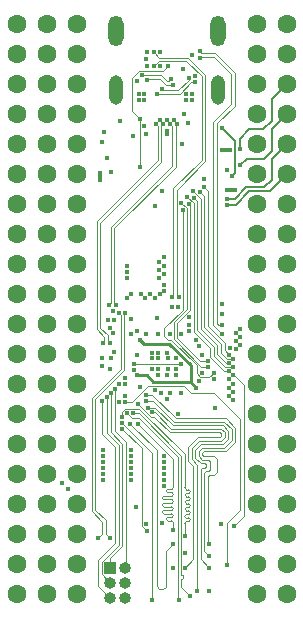
<source format=gbr>
%TF.GenerationSoftware,KiCad,Pcbnew,(5.99.0-10952-g410dbe17de)*%
%TF.CreationDate,2021-06-16T22:03:03+02:00*%
%TF.ProjectId,reDIP-64,72654449-502d-4363-942e-6b696361645f,0.2*%
%TF.SameCoordinates,PX594fc50PY8e9a590*%
%TF.FileFunction,Copper,L4,Inr*%
%TF.FilePolarity,Positive*%
%FSLAX46Y46*%
G04 Gerber Fmt 4.6, Leading zero omitted, Abs format (unit mm)*
G04 Created by KiCad (PCBNEW (5.99.0-10952-g410dbe17de)) date 2021-06-16 22:03:03*
%MOMM*%
%LPD*%
G01*
G04 APERTURE LIST*
%TA.AperFunction,ComponentPad*%
%ADD10R,1.000000X1.000000*%
%TD*%
%TA.AperFunction,ComponentPad*%
%ADD11O,1.000000X1.000000*%
%TD*%
%TA.AperFunction,ComponentPad*%
%ADD12O,1.300000X2.600000*%
%TD*%
%TA.AperFunction,ComponentPad*%
%ADD13O,1.200000X2.500000*%
%TD*%
%TA.AperFunction,ComponentPad*%
%ADD14C,1.600000*%
%TD*%
%TA.AperFunction,ViaPad*%
%ADD15C,0.400000*%
%TD*%
%TA.AperFunction,Conductor*%
%ADD16C,0.100000*%
%TD*%
%TA.AperFunction,Conductor*%
%ADD17C,0.200000*%
%TD*%
%TA.AperFunction,Conductor*%
%ADD18C,0.250000*%
%TD*%
G04 APERTURE END LIST*
D10*
%TO.N,/Config_Memory/TMS*%
%TO.C,J7*%
X9210000Y3470000D03*
D11*
%TO.N,/Config_Memory/TCK*%
X10480000Y3470000D03*
%TO.N,/Config_Memory/TDI*%
X9210000Y2200000D03*
%TO.N,GND*%
X10480000Y2200000D03*
%TO.N,/Config_Memory/TDO*%
X9210000Y930000D03*
%TO.N,+3V3*%
X10480000Y930000D03*
%TD*%
D12*
%TO.N,GND*%
%TO.C,J1*%
X18290000Y49000000D03*
D13*
X9650000Y43950000D03*
X18290000Y43950000D03*
D12*
X9650000Y49000000D03*
%TD*%
D14*
%TO.N,/FPGA_IO/\u00D81_IN*%
%TO.C,J2*%
X6350000Y49530000D03*
%TO.N,/FPGA_IO/RDY*%
X6350000Y46990000D03*
%TO.N,/FPGA_IO/~IRQ~*%
X6350000Y44450000D03*
%TO.N,/FPGA_IO/~NMI~*%
X6350000Y41910000D03*
%TO.N,/FPGA_IO/AEC*%
X6350000Y39370000D03*
%TO.N,VCC*%
X6350000Y36830000D03*
%TO.N,/FPGA_IO/A0*%
X6350000Y34290000D03*
%TO.N,/FPGA_IO/A1*%
X6350000Y31750000D03*
%TO.N,/FPGA_IO/A2*%
X6350000Y29210000D03*
%TO.N,/FPGA_IO/A3*%
X6350000Y26670000D03*
%TO.N,/FPGA_IO/A4*%
X6350000Y24130000D03*
%TO.N,/FPGA_IO/A5*%
X6350000Y21590000D03*
%TO.N,/FPGA_IO/A6*%
X6350000Y19050000D03*
%TO.N,/FPGA_IO/A7*%
X6350000Y16510000D03*
%TO.N,/FPGA_IO/A8*%
X6350000Y13970000D03*
%TO.N,/FPGA_IO/A9*%
X6350000Y11430000D03*
%TO.N,/FPGA_IO/A10*%
X6350000Y8890000D03*
%TO.N,/FPGA_IO/A11*%
X6350000Y6350000D03*
%TO.N,/FPGA_IO/A12*%
X6350000Y3810000D03*
%TO.N,/FPGA_IO/A13*%
X6350000Y1270000D03*
%TD*%
%TO.N,/FPGA_IO/~RES~*%
%TO.C,J6*%
X21590000Y49530000D03*
%TO.N,/FPGA_IO/\u00D82_OUT*%
X21590000Y46990000D03*
%TO.N,/FPGA_IO/R_W*%
X21590000Y44450000D03*
%TO.N,/FPGA_IO/D0*%
X21590000Y41910000D03*
%TO.N,/FPGA_IO/D1*%
X21590000Y39370000D03*
%TO.N,/FPGA_IO/D2*%
X21590000Y36830000D03*
%TO.N,/FPGA_IO/D3*%
X21590000Y34290000D03*
%TO.N,/FPGA_IO/D4*%
X21590000Y31750000D03*
%TO.N,/FPGA_IO/D5*%
X21590000Y29210000D03*
%TO.N,/FPGA_IO/D6*%
X21590000Y26670000D03*
%TO.N,/FPGA_IO/D7*%
X21590000Y24130000D03*
%TO.N,/FPGA_IO/P0*%
X21590000Y21590000D03*
%TO.N,/FPGA_IO/P1*%
X21590000Y19050000D03*
%TO.N,/FPGA_IO/P2*%
X21590000Y16510000D03*
%TO.N,/FPGA_IO/P3*%
X21590000Y13970000D03*
%TO.N,/FPGA_IO/P4*%
X21590000Y11430000D03*
%TO.N,/FPGA_IO/P5*%
X21590000Y8890000D03*
%TO.N,/FPGA_IO/A15*%
X21590000Y6350000D03*
%TO.N,/FPGA_IO/A14*%
X21590000Y3810000D03*
%TO.N,GND*%
X21590000Y1270000D03*
%TD*%
%TO.N,+5V*%
%TO.C,J4*%
X24130000Y49530000D03*
%TO.N,+3V3*%
X24130000Y46990000D03*
%TO.N,/Audio/EXT_IN_2*%
X24130000Y44450000D03*
%TO.N,/Audio/AUDIO_OUT_2*%
X24130000Y41910000D03*
%TO.N,/Audio/AUDIO_OUT*%
X24130000Y39370000D03*
%TO.N,/Audio/EXT_IN*%
X24130000Y36830000D03*
%TO.N,/FPGA_IO/POT_X*%
X24130000Y34290000D03*
%TO.N,/FPGA_IO/POT_Y*%
X24130000Y31750000D03*
%TO.N,/FPGA_IO/BA*%
X24130000Y29210000D03*
%TO.N,/FPGA_IO/COLOR*%
X24130000Y26670000D03*
%TO.N,/FPGA_IO/SYNC_LUM*%
X24130000Y24130000D03*
%TO.N,/FPGA_IO/DOT_CLOCK*%
X24130000Y21590000D03*
%TO.N,/FPGA_IO/~DMA~*%
X24130000Y19050000D03*
%TO.N,/FPGA_IO/~IO1~*%
X24130000Y16510000D03*
%TO.N,/FPGA_IO/~IO2~*%
X24130000Y13970000D03*
%TO.N,/FPGA_IO/~ROML~*%
X24130000Y11430000D03*
%TO.N,/FPGA_IO/~ROMH~*%
X24130000Y8890000D03*
%TO.N,/FPGA_IO/~GAME~*%
X24130000Y6350000D03*
%TO.N,/FPGA_IO/~EXROM~*%
X24130000Y3810000D03*
%TO.N,/FPGA_IO/~MENU~*%
X24130000Y1270000D03*
%TD*%
%TO.N,/FPGA_IO/CIA1_CNT*%
%TO.C,J3*%
X1270000Y49530000D03*
%TO.N,/FPGA_IO/CIA1_SP*%
X1270000Y46990000D03*
%TO.N,/FPGA_IO/CIA1_PA0*%
X1270000Y44450000D03*
%TO.N,/FPGA_IO/CIA1_PA1*%
X1270000Y41910000D03*
%TO.N,/FPGA_IO/CIA1_PA2*%
X1270000Y39370000D03*
%TO.N,/FPGA_IO/CIA1_PA3*%
X1270000Y36830000D03*
%TO.N,/FPGA_IO/CIA1_PA4*%
X1270000Y34290000D03*
%TO.N,/FPGA_IO/CIA1_PA5*%
X1270000Y31750000D03*
%TO.N,/FPGA_IO/CIA1_PA6*%
X1270000Y29210000D03*
%TO.N,/FPGA_IO/CIA1_PA7*%
X1270000Y26670000D03*
%TO.N,/FPGA_IO/CIA1_PB0*%
X1270000Y24130000D03*
%TO.N,/FPGA_IO/CIA1_PB1*%
X1270000Y21590000D03*
%TO.N,/FPGA_IO/CIA1_PB2*%
X1270000Y19050000D03*
%TO.N,/FPGA_IO/CIA1_PB3*%
X1270000Y16510000D03*
%TO.N,/FPGA_IO/CIA1_PB4*%
X1270000Y13970000D03*
%TO.N,/FPGA_IO/CIA1_PB5*%
X1270000Y11430000D03*
%TO.N,/FPGA_IO/CIA1_PB6*%
X1270000Y8890000D03*
%TO.N,/FPGA_IO/CIA1_PB7*%
X1270000Y6350000D03*
%TO.N,/FPGA_IO/CIA1_~PC~_TOD*%
X1270000Y3810000D03*
%TO.N,/FPGA_IO/CIA1_~FLAG~*%
X1270000Y1270000D03*
%TD*%
%TO.N,/FPGA_IO/CIA2_CNT*%
%TO.C,J5*%
X3810000Y49530000D03*
%TO.N,/FPGA_IO/CIA2_SP*%
X3810000Y46990000D03*
%TO.N,/FPGA_IO/CIA2_PA0*%
X3810000Y44450000D03*
%TO.N,/FPGA_IO/CIA2_PA1*%
X3810000Y41910000D03*
%TO.N,/FPGA_IO/CIA2_PA2*%
X3810000Y39370000D03*
%TO.N,/FPGA_IO/CIA2_PA3*%
X3810000Y36830000D03*
%TO.N,/FPGA_IO/CIA2_PA4*%
X3810000Y34290000D03*
%TO.N,/FPGA_IO/CIA2_PA5*%
X3810000Y31750000D03*
%TO.N,/FPGA_IO/CIA2_PA6*%
X3810000Y29210000D03*
%TO.N,/FPGA_IO/CIA2_PA7*%
X3810000Y26670000D03*
%TO.N,/FPGA_IO/CIA2_PB0*%
X3810000Y24130000D03*
%TO.N,/FPGA_IO/CIA2_PB1*%
X3810000Y21590000D03*
%TO.N,/FPGA_IO/CIA2_PB2*%
X3810000Y19050000D03*
%TO.N,/FPGA_IO/CIA2_PB3*%
X3810000Y16510000D03*
%TO.N,/FPGA_IO/CIA2_PB4*%
X3810000Y13970000D03*
%TO.N,/FPGA_IO/CIA2_PB5*%
X3810000Y11430000D03*
%TO.N,/FPGA_IO/CIA2_PB6*%
X3810000Y8890000D03*
%TO.N,/FPGA_IO/CIA2_PB7*%
X3810000Y6350000D03*
%TO.N,/FPGA_IO/CIA2_~PC~*%
X3810000Y3810000D03*
%TO.N,/FPGA_IO/CIA2_~FLAG~*%
X3810000Y1270000D03*
%TD*%
D15*
%TO.N,GND*%
X17540000Y1520000D03*
X14510000Y3510000D03*
X13970000Y17800000D03*
X14890000Y16560000D03*
X15540000Y4790000D03*
X18070000Y17070000D03*
X13970000Y21730000D03*
X13220000Y19870000D03*
X14720000Y19870000D03*
X13970000Y19870000D03*
X10970000Y24550000D03*
X9410000Y25230000D03*
X13190000Y24670000D03*
X11590000Y43120000D03*
X15870000Y24720000D03*
X18650000Y24980000D03*
X13220000Y21270000D03*
X14120000Y20330000D03*
X13970000Y41470000D03*
X13220000Y20330000D03*
X9220000Y21250000D03*
X17960000Y19490000D03*
X9390000Y23360000D03*
X13970000Y40490000D03*
X12090000Y43120000D03*
X8970000Y24520000D03*
X15590000Y43120000D03*
X14570000Y41470000D03*
X14720000Y20330000D03*
X19320000Y22120000D03*
X12720000Y21730000D03*
X16140000Y46950000D03*
X11490000Y44720000D03*
X16090000Y43120000D03*
X14720000Y21270000D03*
X13220000Y21730000D03*
X12720000Y21270000D03*
X10420000Y19550000D03*
X8520000Y21250000D03*
X12220000Y46570000D03*
X13370000Y41470000D03*
X14120000Y21270000D03*
X16330000Y45130000D03*
X13970000Y40210000D03*
X12720000Y20330000D03*
%TO.N,+3V3*%
X12080000Y40900000D03*
X12970000Y18550000D03*
X17170000Y36460000D03*
X15220000Y18300000D03*
X18660000Y38850000D03*
X19340000Y38850000D03*
X19000000Y38850000D03*
X8500000Y39540000D03*
X15410000Y41960000D03*
X9260000Y37040000D03*
X13610000Y7330000D03*
X18530000Y7230000D03*
X12210000Y7250000D03*
X16720000Y19300000D03*
X13610000Y35460000D03*
X18650000Y25880000D03*
X15220000Y23300000D03*
X16720000Y22300000D03*
X15390000Y45750000D03*
X12220000Y23300000D03*
X11720000Y18800000D03*
%TO.N,+1V2*%
X9970000Y19050000D03*
X15270000Y39360000D03*
X9550000Y21800000D03*
X11220000Y20300000D03*
X19780000Y35490000D03*
X13470000Y18300000D03*
X19100000Y35490000D03*
X14220000Y23300000D03*
X10970000Y23300000D03*
X19440000Y35490000D03*
X14220000Y18300000D03*
X16970000Y21550000D03*
X13220000Y23300000D03*
X11470000Y21550000D03*
X16970000Y20050000D03*
%TO.N,VBUS*%
X10030000Y41350000D03*
%TO.N,+5V*%
X8340000Y36320000D03*
X12970000Y34150000D03*
X5620000Y10150000D03*
X5080000Y10690000D03*
X11370000Y8690000D03*
X8340000Y36970000D03*
X8650000Y40400000D03*
X8340000Y36640000D03*
%TO.N,/Audio/I2C_SDA*%
X17470000Y21050000D03*
X15820000Y34320000D03*
%TO.N,/Audio/I2C_SCL*%
X17470000Y20550000D03*
X15210000Y34430000D03*
%TO.N,/USB_DisplayPort/RX1+*%
X16340000Y44630000D03*
X13170000Y43650000D03*
%TO.N,/USB_DisplayPort/TX2-*%
X12340000Y44830000D03*
X14530000Y44410000D03*
%TO.N,/USB_DisplayPort/SBU2*%
X13410000Y47150000D03*
%TO.N,/USB_DisplayPort/CC2*%
X12310000Y45990000D03*
%TO.N,/USB_DisplayPort/TX2+*%
X11840000Y45210000D03*
X14370000Y44900000D03*
%TO.N,/USB_DisplayPort/RX1-*%
X15840000Y45010000D03*
X13570000Y44050000D03*
%TO.N,/USB_DisplayPort/D-*%
X12860000Y47150000D03*
X14980000Y26410000D03*
%TO.N,/USB_DisplayPort/D+*%
X12860000Y45990000D03*
X14380000Y26410000D03*
%TO.N,/USB_DisplayPort/RX2-*%
X12090000Y43620000D03*
%TO.N,/USB_DisplayPort/RX2+*%
X11590000Y43620000D03*
%TO.N,/USB_DisplayPort/TX1+*%
X16090000Y43620000D03*
%TO.N,/USB_DisplayPort/TX1-*%
X15590000Y43620000D03*
%TO.N,/USB_DisplayPort/CC1*%
X12310000Y47150000D03*
%TO.N,/USB_DisplayPort/SBU1*%
X13410000Y45990000D03*
%TO.N,/Audio/EXT_IN_2*%
X20190000Y38980000D03*
%TO.N,/Audio/EXT_IN*%
X19040000Y34260000D03*
%TO.N,/Audio/AUDIO_OUT_2*%
X20190000Y37580000D03*
%TO.N,/Audio/AUDIO_OUT*%
X19040000Y34760000D03*
%TO.N,/FPGA_IO/I2_~FLAG~*%
X8570000Y11470000D03*
%TO.N,/FPGA_IO/I2_PB6*%
X8570000Y13470000D03*
%TO.N,/FPGA_IO/I2_~PC~*%
X8570000Y12470000D03*
%TO.N,/FPGA_IO/I2_PB7*%
X8570000Y12970000D03*
%TO.N,/FPGA_IO/I2_PB5*%
X10970000Y12470000D03*
%TO.N,/FPGA_IO/I2_PB4*%
X10970000Y11970000D03*
%TO.N,/FPGA_IO/I2_PB0*%
X13770000Y12470000D03*
%TO.N,/FPGA_IO/I2_PB3*%
X10970000Y11470000D03*
%TO.N,/FPGA_IO/I2_PB2*%
X10970000Y10970000D03*
%TO.N,/FPGA_IO/I2_PA7*%
X13720000Y29090000D03*
%TO.N,/FPGA_IO/I2_PA5*%
X13360000Y28040000D03*
%TO.N,/FPGA_IO/I2_PB1*%
X13770000Y12970000D03*
%TO.N,/FPGA_IO/I2_PA6*%
X13360000Y28740000D03*
%TO.N,/FPGA_IO/I2_PA1*%
X13770000Y26970000D03*
%TO.N,/FPGA_IO/I2_PA2*%
X12970000Y26370000D03*
%TO.N,/FPGA_IO/I2_PA3*%
X12570000Y26670000D03*
%TO.N,/FPGA_IO/I2_PA4*%
X13370000Y26670000D03*
%TO.N,/FPGA_IO/I2_CNT*%
X10620000Y28540000D03*
%TO.N,/FPGA_IO/I2_SP*%
X10620000Y29040000D03*
%TO.N,/FPGA_IO/I2_PA0*%
X13770000Y27470000D03*
%TO.N,/Audio/I2S_LRCLK*%
X19600000Y21220000D03*
X16820000Y35320000D03*
%TO.N,/Audio/I2S_MCLK*%
X19240000Y21570000D03*
X17170000Y35750000D03*
%TO.N,/Audio/I2S_SCLK*%
X19240000Y20870000D03*
X16210000Y35430000D03*
%TO.N,/Audio/I2S_DIN*%
X19240000Y20170000D03*
X15710000Y34930000D03*
%TO.N,/Audio/I2S_DOUT*%
X19600000Y20520000D03*
X16320000Y34820000D03*
%TO.N,/FPGA_IO/I_\u00D81_IN*%
X10620000Y28040000D03*
%TO.N,/FPGA_IO/I_RDY*%
X12170000Y26370000D03*
%TO.N,/FPGA_IO/I_~IRQ~*%
X11770000Y26670000D03*
%TO.N,/FPGA_IO/I_~NMI~*%
X10970000Y26670000D03*
%TO.N,/FPGA_IO/I_AEC*%
X10570000Y26370000D03*
%TO.N,/FPGA_IO/I_A4*%
X13770000Y11970000D03*
%TO.N,/FPGA_IO/I_A2*%
X13720000Y28390000D03*
%TO.N,/FPGA_IO/I_~IO1~*%
X13770000Y10470000D03*
%TO.N,/FPGA_IO/I_~IO2~*%
X19240000Y19470000D03*
%TO.N,/FPGA_IO/I_~ROML~*%
X19600000Y19120000D03*
%TO.N,/FPGA_IO/I_~ROMH~*%
X19240000Y18770000D03*
%TO.N,/FPGA_IO/I_D3*%
X20220000Y23750000D03*
%TO.N,/FPGA_IO/I_D1*%
X20220000Y23050000D03*
%TO.N,/FPGA_IO/I_D2*%
X19860000Y23400000D03*
%TO.N,/FPGA_IO/I_D0*%
X19860000Y22700000D03*
%TO.N,/FPGA_IO/I_D7*%
X13360000Y29440000D03*
%TO.N,/FPGA_IO/I_D4*%
X20220000Y22350000D03*
%TO.N,/FPGA_IO/I_D5*%
X19860000Y22000000D03*
%TO.N,/FPGA_IO/I_A12*%
X8570000Y10970000D03*
%TO.N,/FPGA_IO/I_A10*%
X10970000Y12970000D03*
%TO.N,/FPGA_IO/I_A11*%
X8570000Y11970000D03*
%TO.N,/FPGA_IO/I_DOT_CLOCK*%
X13770000Y11470000D03*
%TO.N,/FPGA_IO/I_~DMA~*%
X13770000Y10970000D03*
%TO.N,/FPGA_IO/I_D6*%
X13720000Y29790000D03*
%TO.N,/FPGA_IO/I_A14*%
X19600000Y18420000D03*
%TO.N,/FPGA_IO/I_A15*%
X19240000Y18070000D03*
%TO.N,/FPGA_IO/I_A13*%
X10970000Y13470000D03*
%TO.N,/USB_DisplayPort/RX-*%
X13670000Y41060000D03*
X9150000Y22530000D03*
%TO.N,/USB_DisplayPort/RX+*%
X13070000Y41060000D03*
X8550000Y22530000D03*
%TO.N,/USB_DisplayPort/TX-*%
X9700000Y25800000D03*
X14870000Y41060000D03*
%TO.N,/USB_DisplayPort/TX+*%
X9100000Y25800000D03*
X14270000Y41060000D03*
%TO.N,/USB_DisplayPort/AUX+*%
X16760000Y46650000D03*
X18650000Y23350000D03*
%TO.N,/USB_DisplayPort/AUX-*%
X16760000Y47250000D03*
X18650000Y24050000D03*
%TO.N,/USB_DisplayPort/USB_~FLIP~*%
X11670000Y37440000D03*
X11670000Y41520000D03*
X14110000Y46040000D03*
%TO.N,/USB_DisplayPort/CLK-*%
X10470000Y25050000D03*
X9180000Y6000000D03*
%TO.N,/USB_DisplayPort/CLK+*%
X8180000Y6000000D03*
X9970000Y25050000D03*
%TO.N,+2V5*%
X11470000Y19800000D03*
X11470000Y23550000D03*
X11720000Y22800000D03*
X16490000Y18780000D03*
X16470000Y22800000D03*
%TO.N,/Power/~FAULT~*%
X8900000Y38240000D03*
%TO.N,/Power/EN_SNK*%
X12180000Y40260000D03*
%TO.N,/Power/EN_SRC*%
X11100000Y40100000D03*
%TO.N,/FPGA_IO/~ALERT~*%
X17970000Y20050000D03*
X15320000Y33820000D03*
%TO.N,VCCA*%
X11220000Y20800000D03*
X15200000Y20800000D03*
%TO.N,/USB_DisplayPort/ML0-*%
X9200000Y20310000D03*
%TO.N,/USB_DisplayPort/ML0+*%
X8500000Y20570000D03*
%TO.N,/USB_DisplayPort/ML1-*%
X9470000Y24480000D03*
%TO.N,/USB_DisplayPort/ML1+*%
X9150000Y23800000D03*
%TO.N,/FPGA_IO/USB_D+*%
X14430000Y25580000D03*
%TO.N,/FPGA_IO/USB_D-*%
X14930000Y25580000D03*
%TO.N,/FPGA_IO/DP_AUX+*%
X15870000Y23550000D03*
%TO.N,/FPGA_IO/DP_AUX-*%
X15870000Y24050000D03*
%TO.N,/Config_Memory/TMS*%
X9250000Y18330000D03*
%TO.N,/Config_Memory/TCK*%
X9610000Y18690000D03*
%TO.N,/Config_Memory/TDI*%
X8890000Y17970000D03*
%TO.N,/Config_Memory/TDO*%
X8530000Y17610000D03*
%TO.N,/Config_Memory/RAM_~CS~*%
X12340000Y6670000D03*
X10220000Y15250000D03*
%TO.N,/Config_Memory/MEM_CLK*%
X14540000Y5560000D03*
X10880000Y15690000D03*
%TO.N,Net-(C66-Pad2)*%
X19050000Y37190000D03*
X15790000Y41140000D03*
%TO.N,/Config_Memory/FLASH_~CS~*%
X12700000Y810000D03*
X10220000Y15750000D03*
%TO.N,/Config_Memory/~BOOT~*%
X10470000Y18050000D03*
%TO.N,/Config_Memory/~BTN~*%
X10470000Y17550000D03*
X19080000Y3740000D03*
%TO.N,/Config_Memory/MEM_IO0*%
X10220000Y16250000D03*
X15540000Y6210000D03*
%TO.N,/Config_Memory/MEM_IO1*%
X14980000Y810000D03*
X10600000Y16590000D03*
%TO.N,/Config_Memory/MEM_IO2*%
X15950000Y1110000D03*
X11150000Y16620000D03*
%TO.N,/Config_Memory/MEM_IO3*%
X11580000Y15700000D03*
X14540000Y6730000D03*
%TO.N,/Config_Memory/MEM_IO4*%
X12750000Y16680000D03*
X16540000Y1520000D03*
%TO.N,/Config_Memory/RWDS*%
X11540000Y17370000D03*
X15540000Y3520000D03*
%TO.N,/Config_Memory/MEM_IO5*%
X12350000Y17080000D03*
X17540000Y3520000D03*
%TO.N,/Config_Memory/MEM_IO6*%
X12240000Y17660000D03*
X17540000Y4520000D03*
%TO.N,/Config_Memory/MEM_IO7*%
X12240000Y18170000D03*
X17540000Y5520000D03*
%TO.N,Net-(C67-Pad2)*%
X18660000Y40740000D03*
X19470000Y36660000D03*
%TO.N,/Config_Memory/LED*%
X19630000Y7040000D03*
X19600000Y19820000D03*
%TO.N,Net-(R20-Pad1)*%
X9970000Y17550000D03*
%TO.N,/FPGA_IO/I_~MENU~*%
X19600000Y17720000D03*
%TO.N,Net-(R22-Pad1)*%
X10470000Y19050000D03*
%TD*%
D16*
%TO.N,/Audio/I2C_SDA*%
X15970000Y25338002D02*
X15970000Y34170000D01*
X15970000Y34170000D02*
X15820000Y34320000D01*
X14870000Y24238002D02*
X14870000Y23010000D01*
X17470000Y21050000D02*
X16830000Y21050000D01*
X14870000Y23010000D02*
X16830000Y21050000D01*
X14870000Y24238002D02*
X15970000Y25338002D01*
%TO.N,/Audio/I2C_SCL*%
X17470000Y20550000D02*
X16910000Y20550000D01*
X15670000Y33970000D02*
X15210000Y34430000D01*
X16910000Y20550000D02*
X14570000Y22890000D01*
X14570000Y24299142D02*
X15670000Y25399142D01*
X14570000Y22890000D02*
X14570000Y24299142D01*
X15670000Y25399142D02*
X15670000Y33970000D01*
%TO.N,/USB_DisplayPort/RX1+*%
X13170000Y43650000D02*
X15072133Y43650000D01*
X15072133Y43650000D02*
X16052133Y44630000D01*
X16052133Y44630000D02*
X16340000Y44630000D01*
%TO.N,/USB_DisplayPort/TX2-*%
X13386887Y44909999D02*
X13886886Y44410000D01*
X12419999Y44909999D02*
X13386887Y44909999D01*
X13886886Y44410000D02*
X14530000Y44410000D01*
X12340000Y44830000D02*
X12419999Y44909999D01*
%TO.N,/USB_DisplayPort/TX2+*%
X14011153Y44710001D02*
X14180001Y44710001D01*
X13511154Y45210000D02*
X14011153Y44710001D01*
X14180001Y44710001D02*
X14370000Y44900000D01*
X11840000Y45210000D02*
X13511154Y45210000D01*
%TO.N,/USB_DisplayPort/RX1-*%
X14947868Y43950001D02*
X15840000Y44842133D01*
X15840000Y44842133D02*
X15840000Y45010000D01*
X13570000Y44050000D02*
X13669999Y43950001D01*
X13669999Y43950001D02*
X14947868Y43950001D01*
%TO.N,/USB_DisplayPort/D-*%
X14830001Y26559999D02*
X14980000Y26410000D01*
X15770671Y46720001D02*
X17230000Y45260672D01*
X12860000Y47150000D02*
X13289999Y46720001D01*
X17230000Y45260672D02*
X17230000Y37927866D01*
X17230000Y37927866D02*
X14830001Y35527867D01*
X14830001Y35527867D02*
X14830001Y26559999D01*
X13289999Y46720001D02*
X15770671Y46720001D01*
%TO.N,/USB_DisplayPort/D+*%
X16930000Y38052134D02*
X14529999Y35652133D01*
X12860000Y45990000D02*
X13289999Y46419999D01*
X14529999Y26559999D02*
X14380000Y26410000D01*
X15646405Y46419999D02*
X16930000Y45136404D01*
X13289999Y46419999D02*
X15646405Y46419999D01*
X14529999Y35652133D02*
X14529999Y26559999D01*
X16930000Y45136404D02*
X16930000Y38052134D01*
D17*
%TO.N,/Audio/EXT_IN_2*%
X22860000Y41380000D02*
X22860000Y43180000D01*
X20190000Y38980000D02*
X20190000Y39860000D01*
X22130000Y40650000D02*
X22860000Y41380000D01*
X20980000Y40650000D02*
X22130000Y40650000D01*
X22860000Y43180000D02*
X24130000Y44450000D01*
X20190000Y39860000D02*
X20980000Y40650000D01*
%TO.N,/Audio/EXT_IN*%
X22690000Y35390000D02*
X20930000Y35390000D01*
X19800000Y34260000D02*
X19040000Y34260000D01*
X20930000Y35390000D02*
X19800000Y34260000D01*
X24130000Y36830000D02*
X22690000Y35390000D01*
%TO.N,/Audio/AUDIO_OUT_2*%
X22870000Y40650000D02*
X24130000Y41910000D01*
X20190000Y37580000D02*
X20730000Y38120000D01*
X22180000Y38120000D02*
X22870000Y38810000D01*
X20730000Y38120000D02*
X22180000Y38120000D01*
X22870000Y38810000D02*
X22870000Y40650000D01*
%TO.N,/Audio/AUDIO_OUT*%
X22860000Y36350000D02*
X22860000Y38100000D01*
X22860000Y38100000D02*
X24130000Y39370000D01*
X22230000Y35720000D02*
X22860000Y36350000D01*
X19740000Y34760000D02*
X20700000Y35720000D01*
X19740000Y34760000D02*
X19040000Y34760000D01*
X20700000Y35720000D02*
X22230000Y35720000D01*
D16*
%TO.N,/Audio/I2S_LRCLK*%
X17170000Y34970000D02*
X17170000Y23870000D01*
X18570000Y22470000D02*
X18570000Y21740000D01*
X16820000Y35320000D02*
X17170000Y34970000D01*
X17170000Y23870000D02*
X18570000Y22470000D01*
X18570000Y21740000D02*
X19090000Y21220000D01*
X19090000Y21220000D02*
X19600000Y21220000D01*
%TO.N,/Audio/I2S_MCLK*%
X17170000Y35750000D02*
X17470000Y35450000D01*
X18870000Y21940000D02*
X19240000Y21570000D01*
X18870000Y22590000D02*
X18870000Y21940000D01*
X17470000Y35450000D02*
X17470000Y23990000D01*
X17470000Y23990000D02*
X18870000Y22590000D01*
%TO.N,/Audio/I2S_SCLK*%
X16870000Y34770000D02*
X16870000Y23750000D01*
X18270000Y21604854D02*
X19004854Y20870000D01*
X16210000Y35430000D02*
X16870000Y34770000D01*
X16870000Y23750000D02*
X18270000Y22350000D01*
X18270000Y22350000D02*
X18270000Y21604854D01*
X19004854Y20870000D02*
X19240000Y20870000D01*
%TO.N,/Audio/I2S_DIN*%
X15710000Y34930000D02*
X16270000Y34370000D01*
X17670000Y21360000D02*
X18860000Y20170000D01*
X16270000Y23510000D02*
X17670000Y22110000D01*
X18860000Y20170000D02*
X19240000Y20170000D01*
X16270000Y34370000D02*
X16270000Y23510000D01*
X17670000Y22110000D02*
X17670000Y21360000D01*
%TO.N,/Audio/I2S_DOUT*%
X19600000Y20520000D02*
X18930000Y20520000D01*
X17975000Y22225000D02*
X16570000Y23630000D01*
X17975000Y21475000D02*
X17975000Y22225000D01*
X16570000Y34570000D02*
X16320000Y34820000D01*
X18930000Y20520000D02*
X17975000Y21475000D01*
X16570000Y23630000D02*
X16570000Y34570000D01*
%TO.N,/USB_DisplayPort/RX-*%
X8360000Y23852134D02*
X9000001Y23212133D01*
X9000001Y23212133D02*
X9000001Y22679999D01*
X9000001Y22679999D02*
X9150000Y22530000D01*
X13670000Y41060000D02*
X13520001Y40910001D01*
X8360000Y32727866D02*
X8360000Y23852134D01*
X13520001Y37887867D02*
X8360000Y32727866D01*
X13520001Y40910001D02*
X13520001Y37887867D01*
%TO.N,/USB_DisplayPort/RX+*%
X13219999Y38012133D02*
X8060000Y32852134D01*
X13219999Y40910001D02*
X13219999Y38012133D01*
X8699999Y23087867D02*
X8699999Y22679999D01*
X8060000Y32852134D02*
X8060000Y23727866D01*
X13070000Y41060000D02*
X13219999Y40910001D01*
X8699999Y22679999D02*
X8550000Y22530000D01*
X8060000Y23727866D02*
X8699999Y23087867D01*
%TO.N,/USB_DisplayPort/TX-*%
X9550000Y25950000D02*
X9550000Y32257866D01*
X9550000Y32257866D02*
X14720001Y37427867D01*
X14720001Y40910001D02*
X14870000Y41060000D01*
X9700000Y25800000D02*
X9550000Y25950000D01*
X14720001Y37427867D02*
X14720001Y40910001D01*
%TO.N,/USB_DisplayPort/TX+*%
X9250000Y32382134D02*
X14419999Y37552133D01*
X14419999Y37552133D02*
X14419999Y40910001D01*
X9100000Y25800000D02*
X9249999Y25949999D01*
X9249999Y25949999D02*
X9250000Y32382134D01*
X14419999Y40910001D02*
X14270000Y41060000D01*
%TO.N,/USB_DisplayPort/AUX+*%
X17967867Y46799999D02*
X16909999Y46799999D01*
X17967867Y46799999D02*
X19440000Y45327866D01*
X17930000Y24070000D02*
X18650000Y23350000D01*
X17930000Y41272134D02*
X17930000Y24070000D01*
X16909999Y46799999D02*
X16760000Y46650000D01*
X19440000Y45327866D02*
X19440000Y42782134D01*
X19440000Y42782134D02*
X17930000Y41272134D01*
%TO.N,/USB_DisplayPort/AUX-*%
X18230000Y41147866D02*
X18230000Y24194265D01*
X19740000Y42657866D02*
X18230000Y41147866D01*
X18230000Y24194265D02*
X18374265Y24050000D01*
X16909999Y47100001D02*
X16760000Y47250000D01*
X18374265Y24050000D02*
X18650000Y24050000D01*
X18092133Y47100001D02*
X19740000Y45452134D01*
X18092133Y47100001D02*
X16909999Y47100001D01*
X19740000Y45452134D02*
X19740000Y42657866D01*
%TO.N,/USB_DisplayPort/USB_~FLIP~*%
X13684999Y45614999D02*
X14110000Y46040000D01*
X11670000Y41520000D02*
X11670000Y37440000D01*
X11010000Y42180000D02*
X11010000Y45000000D01*
X11624999Y45614999D02*
X13684999Y45614999D01*
X11010000Y45000000D02*
X11624999Y45614999D01*
X11670000Y41520000D02*
X11010000Y42180000D01*
%TO.N,/USB_DisplayPort/CLK-*%
X10370001Y20237867D02*
X7930000Y17797866D01*
X10370001Y24950001D02*
X10370001Y20237867D01*
X10470000Y25050000D02*
X10370001Y24950001D01*
X7930000Y8432134D02*
X8830001Y7532133D01*
X7930000Y17797866D02*
X7930000Y8432134D01*
X8830001Y6349999D02*
X9180000Y6000000D01*
X8830001Y7532133D02*
X8830001Y6349999D01*
%TO.N,/USB_DisplayPort/CLK+*%
X9970000Y25050000D02*
X10069999Y24950001D01*
X8529999Y7407867D02*
X8529999Y6349999D01*
X10069999Y24950001D02*
X10069999Y20362133D01*
X10069999Y20362133D02*
X7630000Y17922134D01*
X7630000Y8307866D02*
X8529999Y7407867D01*
X8529999Y6349999D02*
X8180000Y6000000D01*
X7630000Y17922134D02*
X7630000Y8307866D01*
D18*
%TO.N,+2V5*%
X12320000Y19800000D02*
X12840000Y19280000D01*
X11720000Y22800000D02*
X12020000Y22500000D01*
X11470000Y19800000D02*
X12320000Y19800000D01*
X15990000Y19280000D02*
X16490000Y18780000D01*
X12840000Y19280000D02*
X15990000Y19280000D01*
X14180000Y22500000D02*
X15990000Y20690000D01*
X15990000Y20690000D02*
X15990000Y19280000D01*
X12020000Y22500000D02*
X14180000Y22500000D01*
D16*
%TO.N,/FPGA_IO/~ALERT~*%
X15370000Y25381998D02*
X15370000Y33770000D01*
X16831998Y19670000D02*
X16520999Y19980999D01*
X17590000Y19670000D02*
X16831998Y19670000D01*
X14325000Y22845000D02*
X14045000Y22845000D01*
X13770000Y23781998D02*
X15370000Y25381998D01*
X17970000Y20050000D02*
X17590000Y19670000D01*
X16520999Y20649001D02*
X14325000Y22845000D01*
X13770000Y23120000D02*
X13770000Y23781998D01*
X16520999Y19980999D02*
X16520999Y20649001D01*
X15370000Y33770000D02*
X15320000Y33820000D01*
X14045000Y22845000D02*
X13770000Y23120000D01*
%TO.N,VCCA*%
X15200000Y20800000D02*
X11220000Y20800000D01*
%TO.N,/Config_Memory/TMS*%
X10220000Y5350000D02*
X9210000Y4340000D01*
X9210000Y4340000D02*
X9210000Y3470000D01*
X9250000Y14980000D02*
X10220000Y14010000D01*
X9250000Y18330000D02*
X9250000Y14980000D01*
X10220000Y14010000D02*
X10220000Y5350000D01*
%TO.N,/Config_Memory/TCK*%
X9600001Y15059999D02*
X10520000Y14140000D01*
X10520000Y3510000D02*
X10480000Y3470000D01*
X9600001Y18680001D02*
X9600001Y15059999D01*
X10520000Y14140000D02*
X10520000Y3510000D01*
X9610000Y18690000D02*
X9600001Y18680001D01*
%TO.N,/Config_Memory/TDI*%
X8460000Y4020000D02*
X8460000Y2950000D01*
X8460000Y2950000D02*
X9210000Y2200000D01*
X9920000Y13880000D02*
X9920000Y5480000D01*
X8890000Y14910000D02*
X9920000Y13880000D01*
X9920000Y5480000D02*
X8460000Y4020000D01*
X8890000Y17970000D02*
X8890000Y14910000D01*
%TO.N,/Config_Memory/TDO*%
X8155000Y1985000D02*
X9210000Y930000D01*
X8155000Y4135000D02*
X8155000Y1985000D01*
X9620000Y13750000D02*
X9620000Y5600000D01*
X8530000Y14840000D02*
X9620000Y13750000D01*
X9620000Y5600000D02*
X8155000Y4135000D01*
X8530000Y17610000D02*
X8530000Y14840000D01*
%TO.N,/Config_Memory/RAM_~CS~*%
X11850000Y13620000D02*
X10220000Y15250000D01*
X12271998Y6670000D02*
X11850000Y7091998D01*
X12340000Y6670000D02*
X12271998Y6670000D01*
X11850000Y7091998D02*
X11850000Y13620000D01*
%TO.N,/Config_Memory/MEM_CLK*%
X13900000Y1930000D02*
X13700000Y1730000D01*
X13900000Y4920000D02*
X13900000Y1930000D01*
X13700000Y1730000D02*
X13330000Y1730000D01*
X14540000Y5560000D02*
X13900000Y4920000D01*
X13110000Y1950000D02*
X13110000Y13460000D01*
X13110000Y13460000D02*
X10880000Y15690000D01*
X13330000Y1730000D02*
X13110000Y1950000D01*
%TO.N,/Config_Memory/FLASH_~CS~*%
X12700000Y13270000D02*
X12700000Y810000D01*
X10220000Y15750000D02*
X12700000Y13270000D01*
%TO.N,/Config_Memory/~BTN~*%
X11050000Y17550000D02*
X12410000Y18910000D01*
X20180000Y16110000D02*
X20180000Y8400000D01*
X19080000Y7300000D02*
X19080000Y3740000D01*
X12410000Y18910000D02*
X15430000Y18910000D01*
X18010000Y18280000D02*
X20180000Y16110000D01*
X20180000Y8400000D02*
X19080000Y7300000D01*
X16060000Y18280000D02*
X18010000Y18280000D01*
X10470000Y17550000D02*
X11050000Y17550000D01*
X15430000Y18910000D02*
X16060000Y18280000D01*
%TO.N,/Config_Memory/MEM_IO0*%
X11649999Y16970001D02*
X10461999Y16970001D01*
X15490000Y6260000D02*
X15490000Y7290000D01*
X15820027Y9540000D02*
X15640000Y9540000D01*
X15540000Y6210000D02*
X15490000Y6260000D01*
X10461999Y16970001D02*
X10220000Y16728002D01*
X15640000Y8040000D02*
X15820027Y8040000D01*
X15640000Y9240000D02*
X15820027Y9240000D01*
X15820027Y7740000D02*
X15640000Y7740000D01*
X15640000Y7440000D02*
X15820027Y7440000D01*
X15820027Y10140000D02*
X15640000Y10140000D01*
X15640000Y9840000D02*
X15820027Y9840000D01*
X15820027Y8340000D02*
X15640000Y8340000D01*
X15820027Y8940000D02*
X15640000Y8940000D01*
X15490000Y10290000D02*
X15490000Y10340000D01*
X15490000Y13130000D02*
X11649999Y16970001D01*
X15490000Y10340000D02*
X15490000Y13130000D01*
X15640000Y8640000D02*
X15820027Y8640000D01*
X10220000Y16728002D02*
X10220000Y16250000D01*
X15640000Y7440000D02*
G75*
G03*
X15490000Y7290000I0J-150000D01*
G01*
X15970027Y7590000D02*
G75*
G02*
X15820027Y7440000I-150000J0D01*
G01*
X15970027Y9990000D02*
G75*
G02*
X15820027Y9840000I-150000J0D01*
G01*
X15640000Y9240000D02*
G75*
G03*
X15490000Y9090000I0J-150000D01*
G01*
X15820027Y9540000D02*
G75*
G02*
X15970027Y9390000I0J-150000D01*
G01*
X15970027Y9390000D02*
G75*
G02*
X15820027Y9240000I-150000J0D01*
G01*
X15820027Y8340000D02*
G75*
G02*
X15970027Y8190000I0J-150000D01*
G01*
X15640000Y9840000D02*
G75*
G03*
X15490000Y9690000I0J-150000D01*
G01*
X15490000Y7890000D02*
G75*
G03*
X15640000Y7740000I150000J0D01*
G01*
X15970027Y8190000D02*
G75*
G02*
X15820027Y8040000I-150000J0D01*
G01*
X15820027Y10140000D02*
G75*
G02*
X15970027Y9990000I0J-150000D01*
G01*
X15640000Y8040000D02*
G75*
G03*
X15490000Y7890000I0J-150000D01*
G01*
X15820027Y7740000D02*
G75*
G02*
X15970027Y7590000I0J-150000D01*
G01*
X15970027Y8790000D02*
G75*
G02*
X15820027Y8640000I-150000J0D01*
G01*
X15490000Y9690000D02*
G75*
G03*
X15640000Y9540000I150000J0D01*
G01*
X15820027Y8940000D02*
G75*
G02*
X15970027Y8790000I0J-150000D01*
G01*
X15490000Y8490000D02*
G75*
G03*
X15640000Y8340000I150000J0D01*
G01*
X15490000Y9090000D02*
G75*
G03*
X15640000Y8940000I150000J0D01*
G01*
X15490000Y10290000D02*
G75*
G03*
X15640000Y10140000I150000J0D01*
G01*
X15640000Y8640000D02*
G75*
G03*
X15490000Y8490000I0J-150000D01*
G01*
%TO.N,/Config_Memory/MEM_IO1*%
X11590000Y16190000D02*
X14890000Y12890000D01*
X11000000Y16190000D02*
X11590000Y16190000D01*
X14890000Y900000D02*
X14980000Y810000D01*
X14890000Y12890000D02*
X14890000Y900000D01*
X10600000Y16590000D02*
X11000000Y16190000D01*
%TO.N,/Config_Memory/MEM_IO2*%
X15345054Y2680001D02*
X15343111Y2662750D01*
X15284779Y2604418D02*
X15250275Y2600531D01*
X15284779Y2900531D02*
X15301165Y2894797D01*
X15191943Y2962750D02*
X15197677Y2946364D01*
X15343111Y2842199D02*
X15345054Y2824947D01*
X15343111Y2662750D02*
X15337377Y2646364D01*
X15189999Y1870001D02*
X15950000Y1110000D01*
X15250275Y2600531D02*
X15233889Y2594797D01*
X15197677Y2946364D02*
X15206913Y2931664D01*
X15250275Y2904418D02*
X15284779Y2900531D01*
X15337377Y2858585D02*
X15343111Y2842199D01*
X15328141Y2873285D02*
X15337377Y2858585D01*
X15328141Y2631664D02*
X15315865Y2619388D01*
X15206913Y2573285D02*
X15197677Y2558585D01*
X15315865Y2619388D02*
X15301165Y2610152D01*
X11588002Y16620000D02*
X15189999Y13018003D01*
X15189999Y13018003D02*
X15189999Y2980001D01*
X15337377Y2646364D02*
X15328141Y2631664D01*
X15233889Y2910152D02*
X15250275Y2904418D01*
X15189999Y2524947D02*
X15189999Y1870001D01*
X15219189Y2585561D02*
X15206913Y2573285D01*
X11150000Y16620000D02*
X11588002Y16620000D01*
X15191943Y2542199D02*
X15189999Y2524947D01*
X15301165Y2610152D02*
X15284779Y2604418D01*
X15189999Y2980001D02*
X15191943Y2962750D01*
X15233889Y2594797D02*
X15219189Y2585561D01*
X15345054Y2824947D02*
X15345054Y2680001D01*
X15315865Y2885561D02*
X15328141Y2873285D01*
X15301165Y2894797D02*
X15315865Y2885561D01*
X15219189Y2919388D02*
X15233889Y2910152D01*
X15206913Y2931664D02*
X15219189Y2919388D01*
X15197677Y2558585D02*
X15191943Y2542199D01*
%TO.N,/Config_Memory/MEM_IO3*%
X14540000Y12740000D02*
X11580000Y15700000D01*
X14055982Y10200000D02*
X14390000Y10200000D01*
X14055982Y7800000D02*
X14390000Y7800000D01*
X14390000Y9300000D02*
X13705982Y9300000D01*
X14540000Y10400000D02*
X14540000Y12740000D01*
X14390000Y9900000D02*
X14055982Y9900000D01*
X13705982Y9600000D02*
X14390000Y9600000D01*
X14390000Y8100000D02*
X13705982Y8100000D01*
X14390000Y8700000D02*
X13705982Y8700000D01*
X13705982Y8400000D02*
X14390000Y8400000D01*
X14390000Y7500000D02*
X14055982Y7500000D01*
X14540000Y10350000D02*
X14540000Y10400000D01*
X13705982Y9000000D02*
X14390000Y9000000D01*
X14540000Y6730000D02*
X14540000Y7350000D01*
X14055982Y10200000D02*
G75*
G03*
X13905982Y10050000I0J-150000D01*
G01*
X14390000Y7500000D02*
G75*
G02*
X14540000Y7350000I0J-150000D01*
G01*
X14540000Y7950000D02*
G75*
G02*
X14390000Y7800000I-150000J0D01*
G01*
X14390000Y9300000D02*
G75*
G02*
X14540000Y9150000I0J-150000D01*
G01*
X14055982Y7800000D02*
G75*
G03*
X13905982Y7650000I0J-150000D01*
G01*
X14540000Y9750000D02*
G75*
G02*
X14390000Y9600000I-150000J0D01*
G01*
X14390000Y9900000D02*
G75*
G02*
X14540000Y9750000I0J-150000D01*
G01*
X13555982Y8850000D02*
G75*
G03*
X13705982Y8700000I150000J0D01*
G01*
X13705982Y8400000D02*
G75*
G03*
X13555982Y8250000I0J-150000D01*
G01*
X13705982Y9600000D02*
G75*
G03*
X13555982Y9450000I0J-150000D01*
G01*
X14540000Y9150000D02*
G75*
G02*
X14390000Y9000000I-150000J0D01*
G01*
X14390000Y8100000D02*
G75*
G02*
X14540000Y7950000I0J-150000D01*
G01*
X13905982Y7650000D02*
G75*
G03*
X14055982Y7500000I150000J0D01*
G01*
X14540000Y8550000D02*
G75*
G02*
X14390000Y8400000I-150000J0D01*
G01*
X13905982Y10050000D02*
G75*
G03*
X14055982Y9900000I150000J0D01*
G01*
X13555982Y8250000D02*
G75*
G03*
X13705982Y8100000I150000J0D01*
G01*
X14540000Y10350000D02*
G75*
G02*
X14390000Y10200000I-150000J0D01*
G01*
X13555982Y9450000D02*
G75*
G03*
X13705982Y9300000I150000J0D01*
G01*
X13705982Y9000000D02*
G75*
G03*
X13555982Y8850000I0J-150000D01*
G01*
X14390000Y8700000D02*
G75*
G02*
X14540000Y8550000I0J-150000D01*
G01*
%TO.N,/Config_Memory/MEM_IO4*%
X16540000Y1520000D02*
X16540000Y12250000D01*
X18590000Y14280000D02*
X16730000Y14280000D01*
X12750000Y16680000D02*
X12960000Y16680000D01*
X16730000Y14280000D02*
X16090000Y13640000D01*
X16090000Y13640000D02*
X16090000Y12700000D01*
X16540000Y12250000D02*
X16090000Y12700000D01*
X12960000Y16680000D02*
X14360000Y15280000D01*
X18880000Y14990000D02*
X18880000Y14570000D01*
X14360000Y15280000D02*
X18590000Y15280000D01*
X18880000Y14570000D02*
X18590000Y14280000D01*
X18590000Y15280000D02*
X18880000Y14990000D01*
%TO.N,/Config_Memory/RWDS*%
X14230000Y14980000D02*
X12920000Y16290000D01*
X15540000Y3520000D02*
X16240000Y4220000D01*
X18470000Y14980000D02*
X14230000Y14980000D01*
X18470000Y14580000D02*
X18580000Y14690000D01*
X12620000Y16290000D02*
X11540000Y17370000D01*
X16240000Y4220000D02*
X16240000Y12120000D01*
X18580000Y14690000D02*
X18580000Y14870000D01*
X15790000Y12570000D02*
X15790000Y13760000D01*
X18580000Y14870000D02*
X18470000Y14980000D01*
X16610000Y14580000D02*
X18470000Y14580000D01*
X15790000Y13760000D02*
X16610000Y14580000D01*
X12920000Y16290000D02*
X12620000Y16290000D01*
X16240000Y12120000D02*
X15790000Y12570000D01*
%TO.N,/Config_Memory/MEM_IO5*%
X12990000Y17080000D02*
X12350000Y17080000D01*
X16840000Y12380000D02*
X16390000Y12830000D01*
X17150000Y11980000D02*
X17260000Y12090000D01*
X16950000Y11980000D02*
X17150000Y11980000D01*
X18710000Y13980000D02*
X19180000Y14450000D01*
X16390000Y13510000D02*
X16860000Y13980000D01*
X19180000Y14450000D02*
X19180000Y15120000D01*
X17540000Y3520000D02*
X16840000Y4220000D01*
X18720000Y15580000D02*
X14490000Y15580000D01*
X16840000Y4220000D02*
X16840000Y11870000D01*
X16860000Y13980000D02*
X18710000Y13980000D01*
X16390000Y12830000D02*
X16390000Y13510000D01*
X16840000Y11870000D02*
X16950000Y11980000D01*
X14490000Y15580000D02*
X12990000Y17080000D01*
X17260000Y12090000D02*
X17260000Y12270000D01*
X17260000Y12270000D02*
X17150000Y12380000D01*
X16840000Y12380000D02*
X17150000Y12380000D01*
X19180000Y15120000D02*
X18720000Y15580000D01*
%TO.N,/Config_Memory/MEM_IO6*%
X17140000Y4920000D02*
X17540000Y4520000D01*
X17260000Y11680000D02*
X17140000Y11560000D01*
X14610000Y15880000D02*
X18850000Y15880000D01*
X17510000Y12680000D02*
X17660000Y12530000D01*
X18840000Y13680000D02*
X16980000Y13680000D01*
X17660000Y11830000D02*
X17510000Y11680000D01*
X12240000Y17660000D02*
X12830000Y17660000D01*
X17510000Y11680000D02*
X17260000Y11680000D01*
X19480000Y14320000D02*
X18840000Y13680000D01*
X16980000Y13680000D02*
X16690000Y13390000D01*
X18850000Y15880000D02*
X19480000Y15250000D01*
X19480000Y15250000D02*
X19480000Y14320000D01*
X17660000Y12530000D02*
X17660000Y11830000D01*
X12830000Y17660000D02*
X14610000Y15880000D01*
X16970000Y12680000D02*
X17510000Y12680000D01*
X17140000Y11560000D02*
X17140000Y4920000D01*
X16690000Y13390000D02*
X16690000Y12960000D01*
X16690000Y12960000D02*
X16970000Y12680000D01*
%TO.N,/Config_Memory/MEM_IO7*%
X14740000Y16180000D02*
X18980000Y16180000D01*
X16990000Y13270000D02*
X16990000Y13090000D01*
X16990000Y13090000D02*
X17100000Y12980000D01*
X18970000Y13380000D02*
X17100000Y13380000D01*
X17565000Y11365000D02*
X17440000Y11240000D01*
X17440000Y11240000D02*
X17440000Y5620000D01*
X18230000Y11600000D02*
X17995000Y11365000D01*
X18980000Y16180000D02*
X19780000Y15380000D01*
X17100000Y12980000D02*
X17970000Y12980000D01*
X17970000Y12980000D02*
X18230000Y12720000D01*
X19780000Y15380000D02*
X19780000Y14190000D01*
X17440000Y5620000D02*
X17540000Y5520000D01*
X18230000Y12720000D02*
X18230000Y11600000D01*
X19780000Y14190000D02*
X18970000Y13380000D01*
X17995000Y11365000D02*
X17565000Y11365000D01*
X17100000Y13380000D02*
X16990000Y13270000D01*
X12750000Y18170000D02*
X14740000Y16180000D01*
X12240000Y18170000D02*
X12750000Y18170000D01*
D17*
%TO.N,Net-(C67-Pad2)*%
X18660000Y40740000D02*
X19760000Y39640000D01*
X19760000Y39640000D02*
X19760000Y36950000D01*
X19760000Y36950000D02*
X19470000Y36660000D01*
D16*
%TO.N,/Config_Memory/LED*%
X20480000Y7890000D02*
X19630000Y7040000D01*
X20480000Y19020000D02*
X20480000Y7890000D01*
X19600000Y19900000D02*
X20480000Y19020000D01*
%TD*%
M02*

</source>
